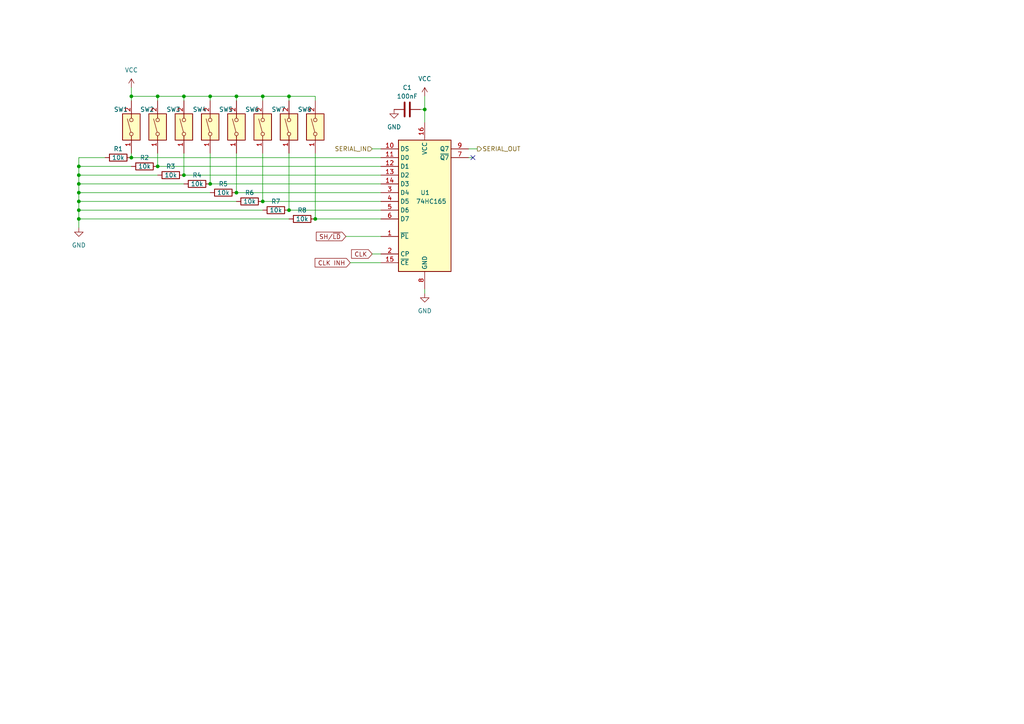
<source format=kicad_sch>
(kicad_sch (version 20230121) (generator eeschema)
  (paper "A4")
  (lib_symbols
    (symbol "74xx:74HC165"
      (property "Reference" "U" (at -7.62 19.05 0))
      (property "Value" "74HC165" (at -7.62 -21.59 0))
      (symbol "74HC165_1_0"
        (pin input line (at -12.7 -10.16 0) (length 5.08) (name "~{PL}") (number "1"))
        (pin input line (at -12.7 15.24 0) (length 5.08) (name "DS") (number "10"))
        (pin input line (at -12.7 12.7 0) (length 5.08) (name "D0") (number "11"))
        (pin input line (at -12.7 10.16 0) (length 5.08) (name "D1") (number "12"))
        (pin input line (at -12.7 7.62 0) (length 5.08) (name "D2") (number "13"))
        (pin input line (at -12.7 5.08 0) (length 5.08) (name "D3") (number "14"))
        (pin input line (at -12.7 -17.78 0) (length 5.08) (name "~{CE}") (number "15"))
        (pin power_in line (at 0 22.86 270) (length 5.08) (name "VCC") (number "16"))
        (pin input line (at -12.7 -15.24 0) (length 5.08) (name "CP") (number "2"))
        (pin input line (at -12.7 2.54 0) (length 5.08) (name "D4") (number "3"))
        (pin input line (at -12.7 0 0) (length 5.08) (name "D5") (number "4"))
        (pin input line (at -12.7 -2.54 0) (length 5.08) (name "D6") (number "5"))
        (pin input line (at -12.7 -5.08 0) (length 5.08) (name "D7") (number "6"))
        (pin output line (at 12.7 12.7 180) (length 5.08) (name "~{Q7}") (number "7"))
        (pin power_in line (at 0 -25.4 90) (length 5.08) (name "GND") (number "8"))
        (pin output line (at 12.7 15.24 180) (length 5.08) (name "Q7") (number "9"))
      )
      (symbol "74HC165_1_1"
        (rectangle (start -7.62 17.78) (end 7.62 -20.32) (stroke (width 0.254)) (fill (type background)))
      )
    )
    (symbol "Device:C" (pin_numbers hide) (pin_names (offset 0.254))
      (property "Reference" "C" (at 0.635 2.54 0))
      (property "Value" "C" (at 0.635 -2.54 0))
      (symbol "C_0_1"
        (polyline (pts (xy -2.032 -0.762) (xy 2.032 -0.762)) (stroke (width 0.508)))
        (polyline (pts (xy -2.032 0.762) (xy 2.032 0.762)) (stroke (width 0.508)))
      )
      (symbol "C_1_1"
        (pin passive line (at 0 3.81 270) (length 2.794) (name "~") (number "1"))
        (pin passive line (at 0 -3.81 90) (length 2.794) (name "~") (number "2"))
      )
    )
    (symbol "Device:R" (pin_numbers hide) (pin_names (offset 0))
      (property "Reference" "R" (at 2.032 0 90))
      (property "Value" "R" (at 0 0 90))
      (symbol "R_0_1"
        (rectangle (start -1.016 -2.54) (end 1.016 2.54) (stroke (width 0.254)))
      )
      (symbol "R_1_1"
        (pin passive line (at 0 3.81 270) (length 1.27) (name "~") (number "1"))
        (pin passive line (at 0 -3.81 90) (length 1.27) (name "~") (number "2"))
      )
    )
    (symbol "Switch:SW_DIP_x01" (pin_names (offset 0) hide)
      (property "Reference" "SW" (at 0 3.81 0))
      (property "Value" "SW_DIP_x01" (at 0 -3.81 0))
      (symbol "SW_DIP_x01_0_0"
        (circle (center -2.032 0) (radius 0.508))
        (polyline (pts (xy -1.524 0.127) (xy 2.3622 1.1684)))
        (circle (center 2.032 0) (radius 0.508))
      )
      (symbol "SW_DIP_x01_0_1"
        (rectangle (start -3.81 2.54) (end 3.81 -2.54) (stroke (width 0.254)) (fill (type background)))
      )
      (symbol "SW_DIP_x01_1_1"
        (pin passive line (at -7.62 0 0) (length 5.08) (name "~") (number "1"))
        (pin passive line (at 7.62 0 180) (length 5.08) (name "~") (number "2"))
      )
    )
    (symbol "power:GND" (power) (pin_names (offset 0))
      (property "Value" "GND" (at 0 -3.81 0))
      (symbol "GND_0_1"
        (polyline (pts (xy 0 0) (xy 0 -1.27) (xy 1.27 -1.27) (xy 0 -2.54) (xy -1.27 -1.27) (xy 0 -1.27)))
      )
      (symbol "GND_1_1"
        (pin power_in line (at 0 0 270) (length 0) hide (name "GND") (number "1"))
      )
    )
    (symbol "power:VCC" (power) (pin_names (offset 0))
      (property "Value" "VCC" (at 0 3.81 0))
      (symbol "VCC_0_1"
        (polyline (pts (xy -0.762 1.27) (xy 0 2.54)))
        (polyline (pts (xy 0 0) (xy 0 2.54)))
        (polyline (pts (xy 0 2.54) (xy 0.762 1.27)))
      )
      (symbol "VCC_1_1"
        (pin power_in line (at 0 0 90) (length 0) hide (name "VCC") (number "1"))
      )
    )
  )
  (junction (at 60.96 53.34))
  (junction (at 68.58 55.88))
  (junction (at 83.82 27.94))
  (junction (at 76.2 58.42))
  (junction (at 22.86 55.88))
  (junction (at 22.86 58.42))
  (junction (at 53.34 50.8))
  (junction (at 22.86 53.34))
  (junction (at 83.82 60.96))
  (junction (at 76.2 27.94))
  (junction (at 91.44 63.5))
  (junction (at 68.58 27.94))
  (junction (at 22.86 50.8))
  (junction (at 123.19 31.75))
  (junction (at 38.1 27.94))
  (junction (at 22.86 63.5))
  (junction (at 60.96 27.94))
  (junction (at 53.34 27.94))
  (junction (at 38.1 45.72))
  (junction (at 22.86 48.26))
  (junction (at 45.72 48.26))
  (junction (at 22.86 60.96))
  (junction (at 45.72 27.94))
  (no_connect (at 137.16 45.72))
  (wire (pts (xy 60.96 44.45) (xy 60.96 53.34)))
  (wire (pts (xy 60.96 27.94) (xy 68.58 27.94)))
  (wire (pts (xy 22.86 55.88) (xy 22.86 58.42)))
  (wire (pts (xy 110.49 55.88) (xy 68.58 55.88)))
  (wire (pts (xy 22.86 53.34) (xy 22.86 55.88)))
  (wire (pts (xy 83.82 27.94) (xy 91.44 27.94)))
  (wire (pts (xy 76.2 58.42) (xy 110.49 58.42)))
  (wire (pts (xy 137.16 45.72) (xy 135.89 45.72)))
  (wire (pts (xy 45.72 48.26) (xy 110.49 48.26)))
  (wire (pts (xy 68.58 27.94) (xy 76.2 27.94)))
  (wire (pts (xy 76.2 27.94) (xy 83.82 27.94)))
  (wire (pts (xy 135.89 43.18) (xy 138.43 43.18)))
  (wire (pts (xy 83.82 44.45) (xy 83.82 60.96)))
  (wire (pts (xy 68.58 44.45) (xy 68.58 55.88)))
  (wire (pts (xy 107.95 43.18) (xy 110.49 43.18)))
  (wire (pts (xy 91.44 44.45) (xy 91.44 63.5)))
  (wire (pts (xy 76.2 27.94) (xy 76.2 29.21)))
  (wire (pts (xy 45.72 27.94) (xy 53.34 27.94)))
  (wire (pts (xy 53.34 50.8) (xy 110.49 50.8)))
  (wire (pts (xy 53.34 27.94) (xy 53.34 29.21)))
  (wire (pts (xy 38.1 25.4) (xy 38.1 27.94)))
  (wire (pts (xy 45.72 44.45) (xy 45.72 48.26)))
  (wire (pts (xy 22.86 63.5) (xy 22.86 66.04)))
  (wire (pts (xy 22.86 50.8) (xy 22.86 53.34)))
  (wire (pts (xy 22.86 45.72) (xy 30.48 45.72)))
  (wire (pts (xy 22.86 45.72) (xy 22.86 48.26)))
  (wire (pts (xy 121.92 31.75) (xy 123.19 31.75)))
  (wire (pts (xy 68.58 58.42) (xy 22.86 58.42)))
  (wire (pts (xy 38.1 27.94) (xy 45.72 27.94)))
  (wire (pts (xy 22.86 50.8) (xy 45.72 50.8)))
  (wire (pts (xy 60.96 27.94) (xy 60.96 29.21)))
  (wire (pts (xy 22.86 58.42) (xy 22.86 60.96)))
  (wire (pts (xy 83.82 60.96) (xy 110.49 60.96)))
  (wire (pts (xy 22.86 48.26) (xy 38.1 48.26)))
  (wire (pts (xy 60.96 53.34) (xy 110.49 53.34)))
  (wire (pts (xy 22.86 60.96) (xy 22.86 63.5)))
  (wire (pts (xy 22.86 53.34) (xy 53.34 53.34)))
  (wire (pts (xy 22.86 60.96) (xy 76.2 60.96)))
  (wire (pts (xy 100.33 68.58) (xy 110.49 68.58)))
  (wire (pts (xy 38.1 45.72) (xy 110.49 45.72)))
  (wire (pts (xy 53.34 44.45) (xy 53.34 50.8)))
  (wire (pts (xy 22.86 48.26) (xy 22.86 50.8)))
  (wire (pts (xy 22.86 55.88) (xy 60.96 55.88)))
  (wire (pts (xy 38.1 27.94) (xy 38.1 29.21)))
  (wire (pts (xy 45.72 27.94) (xy 45.72 29.21)))
  (wire (pts (xy 91.44 27.94) (xy 91.44 29.21)))
  (wire (pts (xy 101.6 76.2) (xy 110.49 76.2)))
  (wire (pts (xy 123.19 85.09) (xy 123.19 83.82)))
  (wire (pts (xy 123.19 31.75) (xy 123.19 35.56)))
  (wire (pts (xy 91.44 63.5) (xy 110.49 63.5)))
  (wire (pts (xy 38.1 44.45) (xy 38.1 45.72)))
  (wire (pts (xy 68.58 27.94) (xy 68.58 29.21)))
  (wire (pts (xy 83.82 27.94) (xy 83.82 29.21)))
  (wire (pts (xy 22.86 63.5) (xy 83.82 63.5)))
  (wire (pts (xy 53.34 27.94) (xy 60.96 27.94)))
  (wire (pts (xy 76.2 44.45) (xy 76.2 58.42)))
  (wire (pts (xy 123.19 27.94) (xy 123.19 31.75)))
  (wire (pts (xy 110.49 73.66) (xy 107.95 73.66)))
  (global_label "CLK INH" (shape input) (at 101.6 76.2 180) (property "Intersheetrefs" "${INTERSHEET_REFS}" (effects hide)))
  (global_label "CLK" (shape input) (at 107.95 73.66 180) (property "Intersheetrefs" "${INTERSHEET_REFS}" (effects hide)))
  (global_label "SH{slash}~{LD}" (shape input) (at 100.33 68.58 180) (property "Intersheetrefs" "${INTERSHEET_REFS}" (effects hide)))
  (hierarchical_label "SERIAL_IN" (shape input) (at 107.95 43.18 180))
  (hierarchical_label "SERIAL_OUT" (shape output) (at 138.43 43.18 0))
  (symbol (lib_id "Switch:SW_DIP_x01") (at 45.72 36.83 90) (unit 1)
    (property "Reference" "SW2" (at 40.64 31.75 90) (effects (justify right)))
    (property "Footprint" "Button_Switch_Keyboard:SW_Cherry_MX_1.00u_PCB" (effects hide))
    (instances (project "ek_right_hand_35_buttons" (path "" (reference "SW2") (unit 1)) (path "" (reference "SW2") (unit 1)) (path "" (reference "SW10") (unit 1)) (path "" (reference "SW18") (unit 1)) (path "" (reference "SW26") (unit 1))))
  )
  (symbol (lib_id "Device:R") (at 34.29 45.72 90) (unit 1)
    (property "Reference" "R1" (at 34.29 43.18 90))
    (property "Value" "10k" (at 34.29 45.72 90))
    (property "Footprint" "Resistor_THT:R_Axial_DIN0207_L6.3mm_D2.5mm_P10.16mm_Horizontal" (effects hide))
    (instances (project "ek_right_hand_35_buttons" (path "" (reference "R1") (unit 1)) (path "" (reference "R1") (unit 1)) (path "" (reference "R9") (unit 1)) (path "" (reference "R17") (unit 1)) (path "" (reference "R25") (unit 1))))
  )
  (symbol (lib_id "Device:R") (at 80.01 60.96 90) (unit 1)
    (property "Reference" "R7" (at 80.01 58.42 90))
    (property "Value" "10k" (at 80.01 60.96 90))
    (property "Footprint" "Resistor_THT:R_Axial_DIN0207_L6.3mm_D2.5mm_P10.16mm_Horizontal" (effects hide))
    (instances (project "ek_right_hand_35_buttons" (path "" (reference "R7") (unit 1)) (path "" (reference "R7") (unit 1)) (path "" (reference "R15") (unit 1)) (path "" (reference "R23") (unit 1)) (path "" (reference "R31") (unit 1))))
  )
  (symbol (lib_id "Switch:SW_DIP_x01") (at 38.1 36.83 90) (unit 1)
    (property "Reference" "SW1" (at 33.02 31.75 90) (effects (justify right)))
    (property "Footprint" "Button_Switch_Keyboard:SW_Cherry_MX_1.00u_PCB" (effects hide))
    (instances (project "ek_right_hand_35_buttons" (path "" (reference "SW1") (unit 1)) (path "" (reference "SW1") (unit 1)) (path "" (reference "SW9") (unit 1)) (path "" (reference "SW17") (unit 1)) (path "" (reference "SW25") (unit 1))))
  )
  (symbol (lib_id "Device:R") (at 49.53 50.8 90) (unit 1)
    (property "Reference" "R3" (at 49.53 48.26 90))
    (property "Value" "10k" (at 49.53 50.8 90))
    (property "Footprint" "Resistor_THT:R_Axial_DIN0207_L6.3mm_D2.5mm_P10.16mm_Horizontal" (effects hide))
    (instances (project "ek_right_hand_35_buttons" (path "" (reference "R3") (unit 1)) (path "" (reference "R3") (unit 1)) (path "" (reference "R11") (unit 1)) (path "" (reference "R19") (unit 1)) (path "" (reference "R27") (unit 1))))
  )
  (symbol (lib_id "Device:R") (at 72.39 58.42 90) (unit 1)
    (property "Reference" "R6" (at 72.39 55.88 90))
    (property "Value" "10k" (at 72.39 58.42 90))
    (property "Footprint" "Resistor_THT:R_Axial_DIN0207_L6.3mm_D2.5mm_P10.16mm_Horizontal" (effects hide))
    (instances (project "ek_right_hand_35_buttons" (path "" (reference "R6") (unit 1)) (path "" (reference "R6") (unit 1)) (path "" (reference "R14") (unit 1)) (path "" (reference "R22") (unit 1)) (path "" (reference "R30") (unit 1))))
  )
  (symbol (lib_id "power:GND") (at 114.3 31.75 0) (unit 1)
    (property "Reference" "#PWR03" (effects hide))
    (property "Value" "GND" (at 114.3 36.83 0))
    (instances (project "ek_right_hand_35_buttons" (path "" (reference "#PWR03") (unit 1)) (path "" (reference "#PWR07") (unit 1)) (path "" (reference "#PWR012") (unit 1)) (path "" (reference "#PWR017") (unit 1)) (path "" (reference "#PWR022") (unit 1))))
  )
  (symbol (lib_id "Device:R") (at 57.15 53.34 90) (unit 1)
    (property "Reference" "R4" (at 57.15 50.8 90))
    (property "Value" "10k" (at 57.15 53.34 90))
    (property "Footprint" "Resistor_THT:R_Axial_DIN0207_L6.3mm_D2.5mm_P10.16mm_Horizontal" (effects hide))
    (instances (project "ek_right_hand_35_buttons" (path "" (reference "R4") (unit 1)) (path "" (reference "R4") (unit 1)) (path "" (reference "R12") (unit 1)) (path "" (reference "R20") (unit 1)) (path "" (reference "R28") (unit 1))))
  )
  (symbol (lib_id "Device:C") (at 118.11 31.75 270) (unit 1)
    (property "Reference" "C1" (at 118.11 25.4 90))
    (property "Value" "100nF" (at 118.11 27.94 90))
    (property "Footprint" "Capacitor_THT:C_Rect_L7.0mm_W2.5mm_P5.00mm" (effects hide))
    (instances (project "ek_right_hand_35_buttons" (path "" (reference "C1") (unit 1)) (path "" (reference "C1") (unit 1)) (path "" (reference "C2") (unit 1)) (path "" (reference "C3") (unit 1)) (path "" (reference "C4") (unit 1))))
  )
  (symbol (lib_id "Switch:SW_DIP_x01") (at 91.44 36.83 90) (unit 1)
    (property "Reference" "SW8" (at 86.36 31.75 90) (effects (justify right)))
    (property "Footprint" "Button_Switch_Keyboard:SW_Cherry_MX_1.00u_PCB" (effects hide))
    (instances (project "ek_right_hand_35_buttons" (path "" (reference "SW8") (unit 1)) (path "" (reference "SW8") (unit 1)) (path "" (reference "SW16") (unit 1)) (path "" (reference "SW24") (unit 1)) (path "" (reference "SW32") (unit 1))))
  )
  (symbol (lib_id "Device:R") (at 64.77 55.88 90) (unit 1)
    (property "Reference" "R5" (at 64.77 53.34 90))
    (property "Value" "10k" (at 64.77 55.88 90))
    (property "Footprint" "Resistor_THT:R_Axial_DIN0207_L6.3mm_D2.5mm_P10.16mm_Horizontal" (effects hide))
    (instances (project "ek_right_hand_35_buttons" (path "" (reference "R5") (unit 1)) (path "" (reference "R5") (unit 1)) (path "" (reference "R13") (unit 1)) (path "" (reference "R21") (unit 1)) (path "" (reference "R29") (unit 1))))
  )
  (symbol (lib_id "power:VCC") (at 38.1 25.4 0) (unit 1)
    (property "Reference" "#PWR05" (effects hide))
    (property "Value" "VCC" (at 38.1 20.32 0))
    (instances (project "ek_right_hand_35_buttons" (path "" (reference "#PWR05") (unit 1)) (path "" (reference "#PWR05") (unit 1)) (path "" (reference "#PWR010") (unit 1)) (path "" (reference "#PWR015") (unit 1)) (path "" (reference "#PWR020") (unit 1))))
  )
  (symbol (lib_id "power:GND") (at 123.19 85.09 0) (unit 1)
    (property "Reference" "#PWR01" (effects hide))
    (property "Value" "GND" (at 123.19 90.17 0))
    (instances (project "ek_right_hand_35_buttons" (path "" (reference "#PWR01") (unit 1)) (path "" (reference "#PWR09") (unit 1)) (path "" (reference "#PWR014") (unit 1)) (path "" (reference "#PWR019") (unit 1)) (path "" (reference "#PWR024") (unit 1))))
  )
  (symbol (lib_id "power:VCC") (at 123.19 27.94 0) (unit 1)
    (property "Reference" "#PWR02" (effects hide))
    (property "Value" "VCC" (at 123.19 22.86 0))
    (instances (project "ek_right_hand_35_buttons" (path "" (reference "#PWR02") (unit 1)) (path "" (reference "#PWR06") (unit 1)) (path "" (reference "#PWR011") (unit 1)) (path "" (reference "#PWR016") (unit 1)) (path "" (reference "#PWR021") (unit 1))))
  )
  (symbol (lib_id "Switch:SW_DIP_x01") (at 76.2 36.83 90) (unit 1)
    (property "Reference" "SW6" (at 71.12 31.75 90) (effects (justify right)))
    (property "Footprint" "Button_Switch_Keyboard:SW_Cherry_MX_1.00u_PCB" (effects hide))
    (instances (project "ek_right_hand_35_buttons" (path "" (reference "SW6") (unit 1)) (path "" (reference "SW6") (unit 1)) (path "" (reference "SW14") (unit 1)) (path "" (reference "SW22") (unit 1)) (path "" (reference "SW30") (unit 1))))
  )
  (symbol (lib_id "Switch:SW_DIP_x01") (at 60.96 36.83 90) (unit 1)
    (property "Reference" "SW4" (at 55.88 31.75 90) (effects (justify right)))
    (property "Footprint" "Button_Switch_Keyboard:SW_Cherry_MX_1.00u_PCB" (effects hide))
    (instances (project "ek_right_hand_35_buttons" (path "" (reference "SW4") (unit 1)) (path "" (reference "SW4") (unit 1)) (path "" (reference "SW12") (unit 1)) (path "" (reference "SW20") (unit 1)) (path "" (reference "SW28") (unit 1))))
  )
  (symbol (lib_id "Switch:SW_DIP_x01") (at 68.58 36.83 90) (unit 1)
    (property "Reference" "SW5" (at 63.5 31.75 90) (effects (justify right)))
    (property "Footprint" "Button_Switch_Keyboard:SW_Cherry_MX_1.00u_PCB" (effects hide))
    (instances (project "ek_right_hand_35_buttons" (path "" (reference "SW5") (unit 1)) (path "" (reference "SW5") (unit 1)) (path "" (reference "SW13") (unit 1)) (path "" (reference "SW21") (unit 1)) (path "" (reference "SW29") (unit 1))))
  )
  (symbol (lib_id "Device:R") (at 87.63 63.5 90) (unit 1)
    (property "Reference" "R8" (at 87.63 60.96 90))
    (property "Value" "10k" (at 87.63 63.5 90))
    (property "Footprint" "Resistor_THT:R_Axial_DIN0207_L6.3mm_D2.5mm_P10.16mm_Horizontal" (effects hide))
    (instances (project "ek_right_hand_35_buttons" (path "" (reference "R8") (unit 1)) (path "" (reference "R8") (unit 1)) (path "" (reference "R16") (unit 1)) (path "" (reference "R24") (unit 1)) (path "" (reference "R32") (unit 1))))
  )
  (symbol (lib_id "Switch:SW_DIP_x01") (at 83.82 36.83 90) (unit 1)
    (property "Reference" "SW7" (at 78.74 31.75 90) (effects (justify right)))
    (property "Footprint" "Button_Switch_Keyboard:SW_Cherry_MX_1.00u_PCB" (effects hide))
    (instances (project "ek_right_hand_35_buttons" (path "" (reference "SW7") (unit 1)) (path "" (reference "SW7") (unit 1)) (path "" (reference "SW15") (unit 1)) (path "" (reference "SW23") (unit 1)) (path "" (reference "SW31") (unit 1))))
  )
  (symbol (lib_id "Switch:SW_DIP_x01") (at 53.34 36.83 90) (unit 1)
    (property "Reference" "SW3" (at 48.26 31.75 90) (effects (justify right)))
    (property "Footprint" "Button_Switch_Keyboard:SW_Cherry_MX_1.00u_PCB" (effects hide))
    (instances (project "ek_right_hand_35_buttons" (path "" (reference "SW3") (unit 1)) (path "" (reference "SW3") (unit 1)) (path "" (reference "SW11") (unit 1)) (path "" (reference "SW19") (unit 1)) (path "" (reference "SW27") (unit 1))))
  )
  (symbol (lib_id "power:GND") (at 22.86 66.04 0) (unit 1)
    (property "Reference" "#PWR04" (effects hide))
    (property "Value" "GND" (at 22.86 71.12 0))
    (instances (project "ek_right_hand_35_buttons" (path "" (reference "#PWR04") (unit 1)) (path "" (reference "#PWR08") (unit 1)) (path "" (reference "#PWR013") (unit 1)) (path "" (reference "#PWR018") (unit 1)) (path "" (reference "#PWR023") (unit 1))))
  )
  (symbol (lib_id "74xx:74HC165") (at 123.19 58.42 0) (unit 1)
    (property "Reference" "U1" (at 121.92 55.88 0) (effects (justify left)))
    (property "Value" "74HC165" (at 120.65 58.42 0) (effects (justify left)))
    (property "Footprint" "Package_DIP:DIP-16_W7.62mm" (effects hide))
    (property "Datasheet" "https://assets.nexperia.com/documents/data-sheet/74HC_HCT165.pdf" (effects hide))
    (instances (project "ek_right_hand_35_buttons" (path "" (reference "U1") (unit 1)) (path "" (reference "U1") (unit 1)) (path "" (reference "U2") (unit 1)) (path "" (reference "U3") (unit 1)) (path "" (reference "U4") (unit 1))))
  )
  (symbol (lib_id "Device:R") (at 41.91 48.26 90) (unit 1)
    (property "Reference" "R2" (at 41.91 45.72 90))
    (property "Value" "10k" (at 41.91 48.26 90))
    (property "Footprint" "Resistor_THT:R_Axial_DIN0207_L6.3mm_D2.5mm_P10.16mm_Horizontal" (effects hide))
    (instances (project "ek_right_hand_35_buttons" (path "" (reference "R2") (unit 1)) (path "" (reference "R2") (unit 1)) (path "" (reference "R10") (unit 1)) (path "" (reference "R18") (unit 1)) (path "" (reference "R26") (unit 1))))
  )
)
</source>
